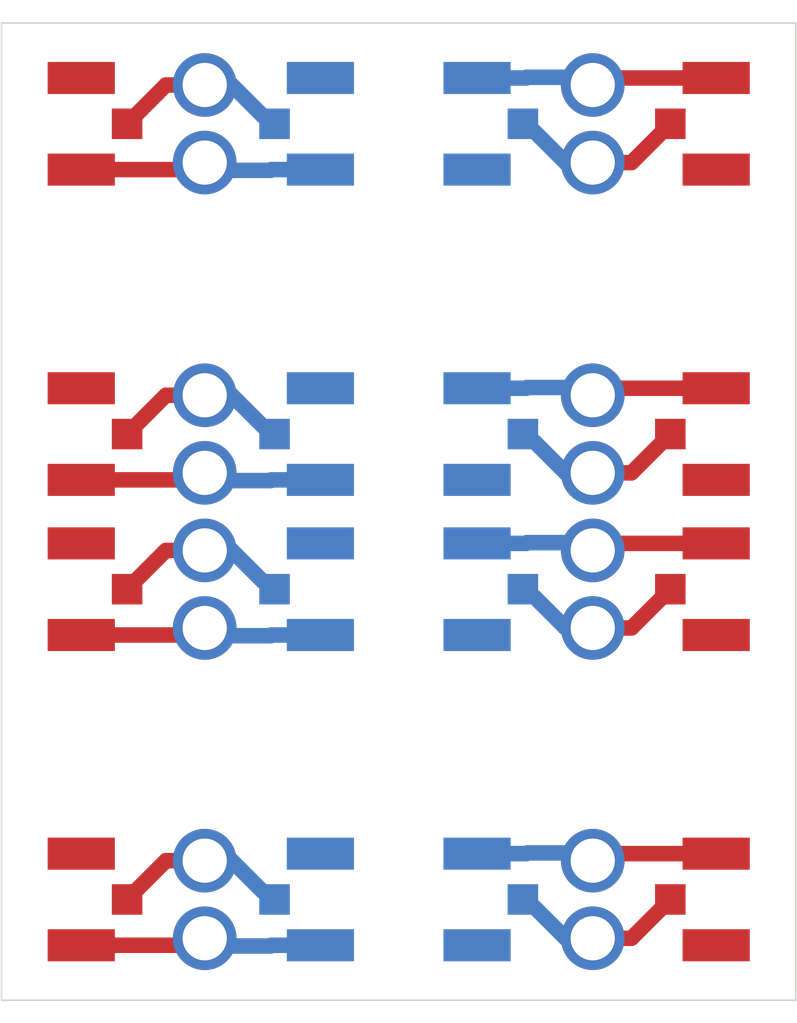
<source format=kicad_pcb>
(kicad_pcb (version 20211014) (generator pcbnew)
  (layers (0 "F.Cu" signal) (31 "B.Cu" signal) (34 "B.Paste" user) (35 "F.Paste" user) (36 "B.SilkS" user "B.Silkscreen") (37 "F.SilkS" user "F.Silkscreen") (38 "B.Mask" user) (39 "F.Mask" user) (44 "Edge.Cuts" user))
  (net 0 "")
  (footprint "vuv4x2:VUV4" (layer "F.Cu") (at 99.06 68.58)
    (fp_text reference "REF**" hide)
    (fp_text value "VUV4")
    (pad "A1" thru_hole circle locked (at 6.35 -6.35) (size 2.0828 2.0828) (drill 1.4478) (layers *.Cu *.Mask))
    (pad "A2" thru_hole circle locked (at 6.35 3.81) (size 2.0828 2.0828) (drill 1.4478) (layers *.Cu *.Mask))
    (pad "A3" thru_hole circle locked (at -6.35 6.35) (size 2.0828 2.0828) (drill 1.4478) (layers *.Cu *.Mask))
    (pad "A4" thru_hole circle locked (at -6.35 -3.81) (size 2.0828 2.0828) (drill 1.4478) (layers *.Cu *.Mask))
    (pad "K1" thru_hole circle locked (at 6.35 -3.81) (size 2.0828 2.0828) (drill 1.4478) (layers *.Cu *.Mask))
    (pad "K2" thru_hole circle locked (at 6.35 6.35) (size 2.0828 2.0828) (drill 1.4478) (layers *.Cu *.Mask))
    (pad "K3" thru_hole circle locked (at -6.35 3.81) (size 2.0828 2.0828) (drill 1.4478) (layers *.Cu *.Mask))
    (pad "K4" thru_hole circle locked (at -6.35 -6.35) (size 2.0828 2.0828) (drill 1.4478) (layers *.Cu *.Mask))
  )
  (footprint "vuv4x2:VUV4" (layer "F.Cu") (at 99.06 83.82)
    (fp_text reference "REF**" hide)
    (fp_text value "VUV4")
    (pad "A1" thru_hole circle locked (at 6.35 -6.35) (size 2.0828 2.0828) (drill 1.4478) (layers *.Cu *.Mask))
    (pad "A2" thru_hole circle locked (at 6.35 3.81) (size 2.0828 2.0828) (drill 1.4478) (layers *.Cu *.Mask))
    (pad "A3" thru_hole circle locked (at -6.35 6.35) (size 2.0828 2.0828) (drill 1.4478) (layers *.Cu *.Mask))
    (pad "A4" thru_hole circle locked (at -6.35 -3.81) (size 2.0828 2.0828) (drill 1.4478) (layers *.Cu *.Mask))
    (pad "K1" thru_hole circle locked (at 6.35 -3.81) (size 2.0828 2.0828) (drill 1.4478) (layers *.Cu *.Mask))
    (pad "K2" thru_hole circle locked (at 6.35 6.35) (size 2.0828 2.0828) (drill 1.4478) (layers *.Cu *.Mask))
    (pad "K3" thru_hole circle locked (at -6.35 3.81) (size 2.0828 2.0828) (drill 1.4478) (layers *.Cu *.Mask))
    (pad "K4" thru_hole circle locked (at -6.35 -6.35) (size 2.0828 2.0828) (drill 1.4478) (layers *.Cu *.Mask))
  )
  (footprint "vuv4x2:MMCX_SMT" (layer "F.Cu") (at 90.17 63.5 90)
    (fp_text reference "REF**" hide)
    (fp_text value "MMCX_SMT")
    (pad "1" smd rect locked (at 0 0 90) (size 1 1) (layers "F.Cu" "F.Paste" "F.Mask"))
    (pad "2" smd rect locked (at -1.5 -1.5 90) (size 1.05 2.2) (layers "F.Cu" "F.Paste" "F.Mask"))
    (pad "2" smd rect locked (at 1.5 -1.5 90) (size 1.05 2.2) (layers "F.Cu" "F.Paste" "F.Mask"))
  )
  (footprint "vuv4x2:MMCX_SMT" (layer "F.Cu") (at 90.17 73.66 90)
    (fp_text reference "REF**" hide)
    (fp_text value "MMCX_SMT")
    (pad "1" smd rect locked (at 0 0 90) (size 1 1) (layers "F.Cu" "F.Paste" "F.Mask"))
    (pad "2" smd rect locked (at 1.5 -1.5 90) (size 1.05 2.2) (layers "F.Cu" "F.Paste" "F.Mask"))
    (pad "2" smd rect locked (at -1.5 -1.5 90) (size 1.05 2.2) (layers "F.Cu" "F.Paste" "F.Mask"))
  )
  (footprint "vuv4x2:MMCX_SMT" (layer "F.Cu") (at 90.17 78.74 90)
    (fp_text reference "REF**" hide)
    (fp_text value "MMCX_SMT")
    (pad "1" smd rect locked (at 0 0 90) (size 1 1) (layers "F.Cu" "F.Paste" "F.Mask"))
    (pad "2" smd rect locked (at -1.5 -1.5 90) (size 1.05 2.2) (layers "F.Cu" "F.Paste" "F.Mask"))
    (pad "2" smd rect locked (at 1.5 -1.5 90) (size 1.05 2.2) (layers "F.Cu" "F.Paste" "F.Mask"))
  )
  (footprint "vuv4x2:MMCX_SMT" (layer "F.Cu") (at 90.17 88.9 90)
    (fp_text reference "REF**" hide)
    (fp_text value "MMCX_SMT")
    (pad "1" smd rect locked (at 0 0 90) (size 1 1) (layers "F.Cu" "F.Paste" "F.Mask"))
    (pad "2" smd rect locked (at -1.5 -1.5 90) (size 1.05 2.2) (layers "F.Cu" "F.Paste" "F.Mask"))
    (pad "2" smd rect locked (at 1.5 -1.5 90) (size 1.05 2.2) (layers "F.Cu" "F.Paste" "F.Mask"))
  )
  (footprint "vuv4x2:MMCX_SMT" (layer "F.Cu") (at 107.95 88.9 -90)
    (fp_text reference "REF**" hide)
    (fp_text value "MMCX_SMT")
    (pad "1" smd rect locked (at 0 0 270) (size 1 1) (layers "F.Cu" "F.Paste" "F.Mask"))
    (pad "2" smd rect locked (at 1.5 -1.5 270) (size 1.05 2.2) (layers "F.Cu" "F.Paste" "F.Mask"))
    (pad "2" smd rect locked (at -1.5 -1.5 270) (size 1.05 2.2) (layers "F.Cu" "F.Paste" "F.Mask"))
  )
  (footprint "vuv4x2:MMCX_SMT" (layer "F.Cu") (at 107.95 78.74 -90)
    (fp_text reference "REF**" hide)
    (fp_text value "MMCX_SMT")
    (pad "1" smd rect locked (at 0 0 270) (size 1 1) (layers "F.Cu" "F.Paste" "F.Mask"))
    (pad "2" smd rect locked (at 1.5 -1.5 270) (size 1.05 2.2) (layers "F.Cu" "F.Paste" "F.Mask"))
    (pad "2" smd rect locked (at -1.5 -1.5 270) (size 1.05 2.2) (layers "F.Cu" "F.Paste" "F.Mask"))
  )
  (footprint "vuv4x2:MMCX_SMT" (layer "F.Cu") (at 107.95 73.66 -90)
    (fp_text reference "REF**" hide)
    (fp_text value "MMCX_SMT")
    (pad "1" smd rect locked (at 0 0 270) (size 1 1) (layers "F.Cu" "F.Paste" "F.Mask"))
    (pad "2" smd rect locked (at -1.5 -1.5 270) (size 1.05 2.2) (layers "F.Cu" "F.Paste" "F.Mask"))
    (pad "2" smd rect locked (at 1.5 -1.5 270) (size 1.05 2.2) (layers "F.Cu" "F.Paste" "F.Mask"))
  )
  (footprint "vuv4x2:MMCX_SMT" (layer "F.Cu") (at 107.95 63.5 -90)
    (fp_text reference "REF**" hide)
    (fp_text value "MMCX_SMT")
    (pad "1" smd rect locked (at 0 0 270) (size 1 1) (layers "F.Cu" "F.Paste" "F.Mask"))
    (pad "2" smd rect locked (at -1.5 -1.5 270) (size 1.05 2.2) (layers "F.Cu" "F.Paste" "F.Mask"))
    (pad "2" smd rect locked (at 1.5 -1.5 270) (size 1.05 2.2) (layers "F.Cu" "F.Paste" "F.Mask"))
  )
  (footprint "vuv4x2:MMCX_SMT" (layer "B.Cu") (at 94.996 63.5 90)
    (fp_text reference "REF**" hide)
    (fp_text value "MMCX_SMT")
    (pad "1" smd rect locked (at 0 0 90) (size 1 1) (layers "B.Cu" "B.Paste" "B.Mask"))
    (pad "2" smd rect locked (at -1.5 1.5 90) (size 1.05 2.2) (layers "B.Cu" "B.Paste" "B.Mask"))
    (pad "2" smd rect locked (at 1.5 1.5 90) (size 1.05 2.2) (layers "B.Cu" "B.Paste" "B.Mask"))
  )
  (footprint "vuv4x2:MMCX_SMT" (layer "B.Cu") (at 94.996 73.66 90)
    (fp_text reference "REF**" hide)
    (fp_text value "MMCX_SMT")
    (pad "1" smd rect locked (at 0 0 90) (size 1 1) (layers "B.Cu" "B.Paste" "B.Mask"))
    (pad "2" smd rect locked (at -1.5 1.5 90) (size 1.05 2.2) (layers "B.Cu" "B.Paste" "B.Mask"))
    (pad "2" smd rect locked (at 1.5 1.5 90) (size 1.05 2.2) (layers "B.Cu" "B.Paste" "B.Mask"))
  )
  (footprint "vuv4x2:MMCX_SMT" (layer "B.Cu") (at 94.996 78.74 90)
    (fp_text reference "REF**" hide)
    (fp_text value "MMCX_SMT")
    (pad "1" smd rect locked (at 0 0 90) (size 1 1) (layers "B.Cu" "B.Paste" "B.Mask"))
    (pad "2" smd rect locked (at -1.5 1.5 90) (size 1.05 2.2) (layers "B.Cu" "B.Paste" "B.Mask"))
    (pad "2" smd rect locked (at 1.5 1.5 90) (size 1.05 2.2) (layers "B.Cu" "B.Paste" "B.Mask"))
  )
  (footprint "vuv4x2:MMCX_SMT" (layer "B.Cu") (at 94.996 88.9 90)
    (fp_text reference "REF**" hide)
    (fp_text value "MMCX_SMT")
    (pad "1" smd rect locked (at 0 0 90) (size 1 1) (layers "B.Cu" "B.Paste" "B.Mask"))
    (pad "2" smd rect locked (at 1.5 1.5 90) (size 1.05 2.2) (layers "B.Cu" "B.Paste" "B.Mask"))
    (pad "2" smd rect locked (at -1.5 1.5 90) (size 1.05 2.2) (layers "B.Cu" "B.Paste" "B.Mask"))
  )
  (footprint "vuv4x2:MMCX_SMT" (layer "B.Cu") (at 103.124 88.9 -90)
    (fp_text reference "REF**" hide)
    (fp_text value "MMCX_SMT")
    (pad "1" smd rect locked (at 0 0 270) (size 1 1) (layers "B.Cu" "B.Paste" "B.Mask"))
    (pad "2" smd rect locked (at -1.5 1.5 270) (size 1.05 2.2) (layers "B.Cu" "B.Paste" "B.Mask"))
    (pad "2" smd rect locked (at 1.5 1.5 270) (size 1.05 2.2) (layers "B.Cu" "B.Paste" "B.Mask"))
  )
  (footprint "vuv4x2:MMCX_SMT" (layer "B.Cu") (at 103.124 78.74 -90)
    (fp_text reference "REF**" hide)
    (fp_text value "MMCX_SMT")
    (pad "1" smd rect locked (at 0 0 270) (size 1 1) (layers "B.Cu" "B.Paste" "B.Mask"))
    (pad "2" smd rect locked (at -1.5 1.5 270) (size 1.05 2.2) (layers "B.Cu" "B.Paste" "B.Mask"))
    (pad "2" smd rect locked (at 1.5 1.5 270) (size 1.05 2.2) (layers "B.Cu" "B.Paste" "B.Mask"))
  )
  (footprint "vuv4x2:MMCX_SMT" (layer "B.Cu") (at 103.124 73.66 -90)
    (fp_text reference "REF**" hide)
    (fp_text value "MMCX_SMT")
    (pad "1" smd rect locked (at 0 0 270) (size 1 1) (layers "B.Cu" "B.Paste" "B.Mask"))
    (pad "2" smd rect locked (at -1.5 1.5 270) (size 1.05 2.2) (layers "B.Cu" "B.Paste" "B.Mask"))
    (pad "2" smd rect locked (at 1.5 1.5 270) (size 1.05 2.2) (layers "B.Cu" "B.Paste" "B.Mask"))
  )
  (footprint "vuv4x2:MMCX_SMT" (layer "B.Cu") (at 103.124 63.5 -90)
    (fp_text reference "REF**" hide)
    (fp_text value "MMCX_SMT")
    (pad "1" smd rect locked (at 0 0 270) (size 1 1) (layers "B.Cu" "B.Paste" "B.Mask"))
    (pad "2" smd rect locked (at 1.5 1.5 270) (size 1.05 2.2) (layers "B.Cu" "B.Paste" "B.Mask"))
    (pad "2" smd rect locked (at -1.5 1.5 270) (size 1.05 2.2) (layers "B.Cu" "B.Paste" "B.Mask"))
  )
  (gr_line (start 86.06 92.2) (end 86.06 60.2) (layer "Edge.Cuts") (width 0.05))
  (gr_line (start 112.06 92.2) (end 86.06 92.2) (layer "Edge.Cuts") (width 0.05))
  (gr_line (start 112.06 60.2) (end 112.06 92.2) (layer "Edge.Cuts") (width 0.05))
  (gr_line (start 86.06 60.2) (end 112.06 60.2) (layer "Edge.Cuts") (width 0.05))
  (segment (start 88.67 75.16) (end 92.48 75.16) (width 0.508) (layer "F.Cu") (net 0))
  (segment (start 88.67 80.24) (end 92.48 80.24) (width 0.508) (layer "F.Cu") (net 0))
  (segment (start 88.67 90.4) (end 92.48 90.4) (width 0.508) (layer "F.Cu") (net 0))
  (segment (start 91.44 72.39) (end 90.17 73.66) (width 0.508) (layer "F.Cu") (net 0))
  (segment (start 91.44 77.47) (end 90.17 78.74) (width 0.508) (layer "F.Cu") (net 0))
  (segment (start 91.44 87.63) (end 90.17 88.9) (width 0.508) (layer "F.Cu") (net 0))
  (segment (start 92.71 72.39) (end 91.44 72.39) (width 0.508) (layer "F.Cu") (net 0))
  (segment (start 92.71 77.47) (end 91.44 77.47) (width 0.508) (layer "F.Cu") (net 0))
  (segment (start 92.71 87.63) (end 91.44 87.63) (width 0.508) (layer "F.Cu") (net 0))
  (segment (start 105.41 80.01) (end 106.172 80.01) (width 0.508) (layer "F.Cu") (net 0))
  (segment (start 109.45 87.4) (end 105.64 87.4) (width 0.508) (layer "F.Cu") (net 0))
  (segment (start 106.68 90.17) (end 107.95 88.9) (width 0.508) (layer "F.Cu") (net 0))
  (segment (start 105.41 90.17) (end 106.68 90.17) (width 0.508) (layer "F.Cu") (net 0))
  (segment (start 109.45 62) (end 105.64 62) (width 0.508) (layer "F.Cu") (net 0))
  (segment (start 105.41 64.77) (end 106.68 64.77) (width 0.508) (layer "F.Cu") (net 0))
  (segment (start 106.68 80.01) (end 107.95 78.74) (width 0.508) (layer "F.Cu") (net 0))
  (segment (start 106.68 64.77) (end 107.95 63.5) (width 0.508) (layer "F.Cu") (net 0))
  (segment (start 106.68 74.93) (end 107.95 73.66) (width 0.508) (layer "F.Cu") (net 0))
  (segment (start 105.41 80.01) (end 106.68 80.01) (width 0.508) (layer "F.Cu") (net 0))
  (segment (start 105.41 74.93) (end 106.68 74.93) (width 0.508) (layer "F.Cu") (net 0))
  (segment (start 109.45 77.24) (end 105.64 77.24) (width 0.508) (layer "F.Cu") (net 0))
  (segment (start 109.45 72.16) (end 105.64 72.16) (width 0.508) (layer "F.Cu") (net 0))
  (segment (start 91.44 62.23) (end 90.17 63.5) (width 0.508) (layer "F.Cu") (net 0))
  (segment (start 92.71 62.23) (end 91.44 62.23) (width 0.508) (layer "F.Cu") (net 0))
  (segment (start 88.67 65) (end 92.48 65) (width 0.508) (layer "F.Cu") (net 0))
  (segment (start 92.48 65) (end 92.837 64.643) (width 0.508) (layer "F.Cu") (net 0))
  (segment (start 92.71 72.39) (end 91.948 72.39) (width 0.508) (layer "F.Cu") (net 0))
  (segment (start 92.71 72.39) (end 93.599 72.39) (width 0.508) (layer "B.Cu") (net 0))
  (segment (start 92.71 77.47) (end 93.599 77.47) (width 0.508) (layer "B.Cu") (net 0))
  (segment (start 92.71 87.63) (end 93.599 87.63) (width 0.508) (layer "B.Cu") (net 0))
  (segment (start 96.496 75.16) (end 94.888 75.16) (width 0.508) (layer "B.Cu") (net 0))
  (segment (start 96.496 80.24) (end 94.888 80.24) (width 0.508) (layer "B.Cu") (net 0))
  (segment (start 96.496 90.4) (end 94.888 90.4) (width 0.508) (layer "B.Cu") (net 0))
  (segment (start 93.599 72.39) (end 94.615 73.406) (width 0.508) (layer "B.Cu") (net 0))
  (segment (start 93.599 77.47) (end 94.615 78.486) (width 0.508) (layer "B.Cu") (net 0))
  (segment (start 93.599 87.63) (end 94.615 88.646) (width 0.508) (layer "B.Cu") (net 0))
  (segment (start 94.888 75.16) (end 94.864 75.184) (width 0.508) (layer "B.Cu") (net 0))
  (segment (start 94.888 80.24) (end 94.864 80.264) (width 0.508) (layer "B.Cu") (net 0))
  (segment (start 94.888 90.4) (end 94.864 90.424) (width 0.508) (layer "B.Cu") (net 0))
  (segment (start 94.864 75.184) (end 92.71 75.184) (width 0.508) (layer "B.Cu") (net 0))
  (segment (start 94.864 80.264) (end 92.71 80.264) (width 0.508) (layer "B.Cu") (net 0))
  (segment (start 94.864 90.424) (end 92.71 90.424) (width 0.508) (layer "B.Cu") (net 0))
  (segment (start 105.41 90.17) (end 104.521 90.17) (width 0.508) (layer "B.Cu") (net 0))
  (segment (start 101.624 87.4) (end 103.232 87.4) (width 0.508) (layer "B.Cu") (net 0))
  (segment (start 104.521 90.17) (end 103.505 89.154) (width 0.508) (layer "B.Cu") (net 0))
  (segment (start 103.232 87.4) (end 103.256 87.376) (width 0.508) (layer "B.Cu") (net 0))
  (segment (start 101.624 72.16) (end 103.232 72.16) (width 0.508) (layer "B.Cu") (net 0))
  (segment (start 101.624 77.24) (end 103.232 77.24) (width 0.508) (layer "B.Cu") (net 0))
  (segment (start 103.256 87.376) (end 105.41 87.376) (width 0.508) (layer "B.Cu") (net 0))
  (segment (start 105.41 74.93) (end 104.521 74.93) (width 0.508) (layer "B.Cu") (net 0))
  (segment (start 105.41 64.77) (end 104.521 64.77) (width 0.508) (layer "B.Cu") (net 0))
  (segment (start 105.41 80.01) (end 104.521 80.01) (width 0.508) (layer "B.Cu") (net 0))
  (segment (start 101.624 62) (end 103.232 62) (width 0.508) (layer "B.Cu") (net 0))
  (segment (start 104.521 80.01) (end 103.505 78.994) (width 0.508) (layer "B.Cu") (net 0))
  (segment (start 104.521 74.93) (end 103.505 73.914) (width 0.508) (layer "B.Cu") (net 0))
  (segment (start 104.521 64.77) (end 103.505 63.754) (width 0.508) (layer "B.Cu") (net 0))
  (segment (start 103.232 77.24) (end 103.256 77.216) (width 0.508) (layer "B.Cu") (net 0))
  (segment (start 103.232 72.16) (end 103.256 72.136) (width 0.508) (layer "B.Cu") (net 0))
  (segment (start 103.232 62) (end 103.256 61.976) (width 0.508) (layer "B.Cu") (net 0))
  (segment (start 103.256 77.216) (end 105.41 77.216) (width 0.508) (layer "B.Cu") (net 0))
  (segment (start 103.256 72.136) (end 105.41 72.136) (width 0.508) (layer "B.Cu") (net 0))
  (segment (start 103.256 61.976) (end 105.41 61.976) (width 0.508) (layer "B.Cu") (net 0))
  (segment (start 92.71 62.23) (end 93.599 62.23) (width 0.508) (layer "B.Cu") (net 0))
  (segment (start 96.496 65) (end 94.888 65) (width 0.508) (layer "B.Cu") (net 0))
  (segment (start 93.599 62.23) (end 94.615 63.246) (width 0.508) (layer "B.Cu") (net 0))
  (segment (start 94.864 65.024) (end 92.71 65.024) (width 0.508) (layer "B.Cu") (net 0))
  (segment (start 94.888 65) (end 94.864 65.024) (width 0.508) (layer "B.Cu") (net 0))
)
</source>
